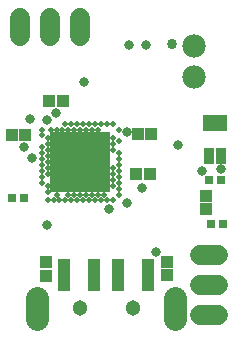
<source format=gbr>
G04 EAGLE Gerber X2 export*
G75*
%MOMM*%
%FSLAX34Y34*%
%LPD*%
%AMOC8*
5,1,8,0,0,1.08239X$1,22.5*%
G01*
%ADD10R,0.803200X0.803200*%
%ADD11R,1.053200X1.103200*%
%ADD12C,1.727200*%
%ADD13C,1.981200*%
%ADD14R,5.053200X5.053200*%
%ADD15C,0.478200*%
%ADD16R,1.003200X2.703200*%
%ADD17C,1.981200*%
%ADD18C,1.303200*%
%ADD19C,1.003200*%
%ADD20R,1.103200X1.053200*%
%ADD21R,0.943200X1.453200*%
%ADD22R,2.003200X1.453200*%
%ADD23C,0.858000*%
%ADD24C,0.808000*%


D10*
X48942Y212090D03*
X38942Y212090D03*
D11*
X50250Y265430D03*
X38650Y265430D03*
X144060Y232410D03*
X155660Y232410D03*
X156930Y266700D03*
X145330Y266700D03*
X70400Y294640D03*
X82000Y294640D03*
D12*
X45720Y349250D02*
X45720Y364490D01*
X71120Y364490D02*
X71120Y349250D01*
X96520Y349250D02*
X96520Y364490D01*
X198120Y163830D02*
X213360Y163830D01*
X213360Y138430D02*
X198120Y138430D01*
X198120Y113030D02*
X213360Y113030D01*
D13*
X192720Y314660D03*
X192720Y340660D03*
D14*
X96520Y242570D03*
D15*
X69020Y242570D03*
X69020Y247570D03*
X69020Y252570D03*
X69020Y257570D03*
X69020Y262570D03*
X64020Y265070D03*
X64020Y255070D03*
X64020Y250070D03*
X64020Y245070D03*
X64020Y240070D03*
X69020Y237570D03*
X69020Y232570D03*
X64020Y235070D03*
X64020Y230070D03*
X64020Y225070D03*
X69020Y222570D03*
X69020Y217570D03*
X69020Y210070D03*
X74020Y210070D03*
X76520Y215070D03*
X79020Y210070D03*
X84020Y210070D03*
X89020Y210070D03*
X94020Y210070D03*
X99020Y210070D03*
X104020Y210070D03*
X109020Y210070D03*
X114020Y210070D03*
X119020Y210070D03*
X124020Y210070D03*
X116520Y215070D03*
X111520Y215070D03*
X106520Y215070D03*
X101520Y215070D03*
X96520Y215070D03*
X91520Y215070D03*
X86520Y215070D03*
X124020Y222570D03*
X129020Y220070D03*
X129020Y215070D03*
X129020Y225070D03*
X124020Y227570D03*
X129020Y230070D03*
X124020Y232570D03*
X124020Y237570D03*
X129020Y235070D03*
X129020Y240070D03*
X129020Y245070D03*
X129020Y250070D03*
X124020Y252570D03*
X124020Y257570D03*
X129020Y260070D03*
X124020Y262570D03*
X129020Y270070D03*
X64020Y270070D03*
X76520Y270070D03*
X81520Y270070D03*
X86520Y270070D03*
X89020Y275070D03*
X91520Y270070D03*
X94020Y275070D03*
X96520Y270070D03*
X99020Y275070D03*
X101520Y270070D03*
X104020Y275070D03*
X106520Y270070D03*
X109020Y275070D03*
X111520Y270070D03*
X114020Y275070D03*
X119020Y275070D03*
X124020Y275070D03*
X71520Y270070D03*
X84020Y275070D03*
D16*
X108348Y146584D03*
X128888Y146584D03*
X83110Y146584D03*
D17*
X60118Y127274D02*
X60118Y109494D01*
X177118Y109494D02*
X177118Y127274D01*
D16*
X153618Y146584D03*
D18*
X96118Y119084D03*
X141118Y119084D03*
D19*
X177118Y122384D03*
X177118Y126384D03*
X177118Y114384D03*
X177118Y110384D03*
X60118Y122384D03*
X60118Y126384D03*
X60118Y114384D03*
X60118Y110384D03*
D20*
X169672Y146600D03*
X169672Y158200D03*
X67564Y157946D03*
X67564Y146346D03*
D10*
X207090Y190500D03*
X217090Y190500D03*
X205820Y227330D03*
X215820Y227330D03*
D20*
X203200Y202480D03*
X203200Y214080D03*
D21*
X216120Y247870D03*
D22*
X210820Y275370D03*
D21*
X205520Y247870D03*
D23*
X174244Y342392D03*
D24*
X160338Y166688D03*
X53975Y279400D03*
X49213Y255588D03*
X120650Y203200D03*
X138113Y341313D03*
X152400Y341313D03*
X68263Y277813D03*
X99568Y310706D03*
X136525Y268288D03*
X179388Y257175D03*
X76200Y284163D03*
X215900Y236538D03*
X200025Y234950D03*
X55563Y246063D03*
X68263Y188913D03*
X149225Y220663D03*
X136525Y207963D03*
M02*

</source>
